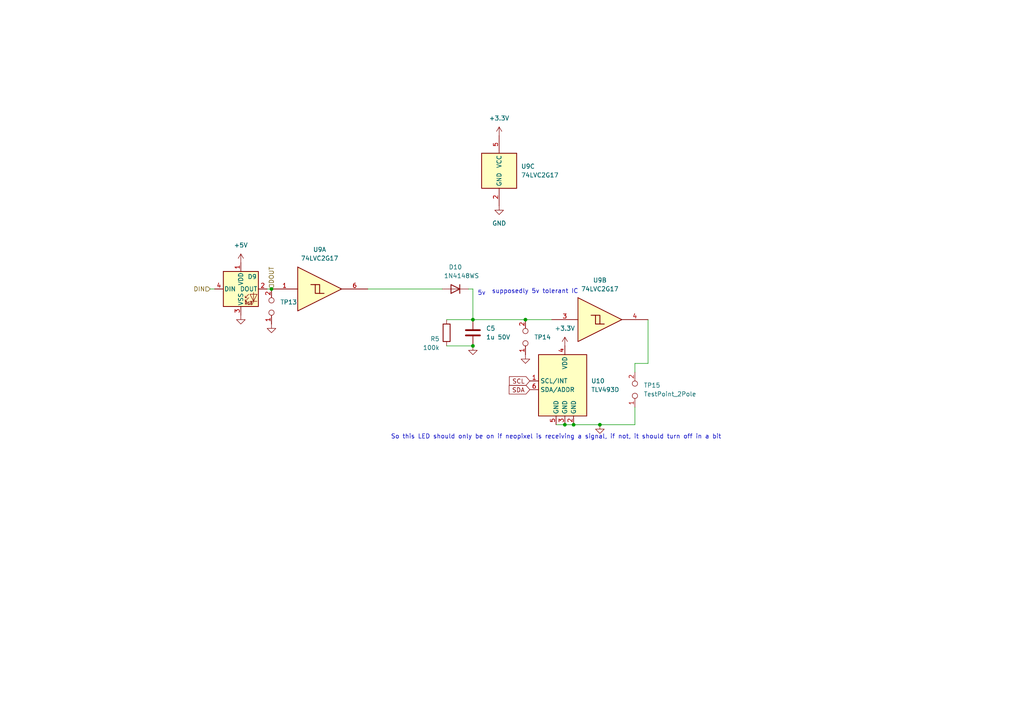
<source format=kicad_sch>
(kicad_sch (version 20231120) (generator "eeschema") (generator_version "8.0")
  (paper "A4")
  (lib_symbols
    (symbol "74xGxx:74LVC2G17"
      (property "Reference" "U" (at -1.27 7.62 0))
      (property "Value" "74LVC2G17" (at 2.54 -7.62 0))
      (symbol "74LVC2G17_1_1"
        (polyline (pts (xy -2.54 1.27) (xy -1.27 1.27) (xy -1.27 -1.27)) (stroke (width 0.254)) (fill (type background)))
        (polyline (pts (xy -7.62 6.35) (xy -7.62 -6.35) (xy 5.08 0) (xy -7.62 6.35)) (stroke (width 0.254)) (fill (type background)))
        (polyline (pts (xy -3.81 1.27) (xy -2.54 1.27) (xy -2.54 -1.27) (xy 0 -1.27)) (stroke (width 0.254)) (fill (type background)))
        (pin input line (at -15.24 0 0) (length 7.62) (name "~") (number "1"))
        (pin output line (at 12.7 0 180) (length 7.62) (name "~") (number "6"))
      )
      (symbol "74LVC2G17_2_1"
        (polyline (pts (xy -2.54 1.27) (xy -1.27 1.27) (xy -1.27 -1.27)) (stroke (width 0.254)) (fill (type background)))
        (polyline (pts (xy -7.62 6.35) (xy -7.62 -6.35) (xy 5.08 0) (xy -7.62 6.35)) (stroke (width 0.254)) (fill (type background)))
        (polyline (pts (xy -3.81 1.27) (xy -2.54 1.27) (xy -2.54 -1.27) (xy 0 -1.27)) (stroke (width 0.254)) (fill (type background)))
        (pin input line (at -15.24 0 0) (length 7.62) (name "~") (number "3"))
        (pin output line (at 12.7 0 180) (length 7.62) (name "~") (number "4"))
      )
      (symbol "74LVC2G17_3_0"
        (rectangle (start -5.08 -5.08) (end 5.08 5.08) (stroke (width 0.254)) (fill (type background)))
      )
      (symbol "74LVC2G17_3_1"
        (pin power_in line (at 0 -10.16 90) (length 5.08) (name "GND") (number "2"))
        (pin power_in line (at 0 10.16 270) (length 5.08) (name "VCC") (number "5"))
      )
    )
    (symbol "Connector:TestPoint_2Pole" (pin_names (offset 0.762) hide)
      (property "Reference" "TP" (at 0 1.524 0))
      (property "Value" "TestPoint_2Pole" (at 0 -1.778 0))
      (symbol "TestPoint_2Pole_0_1"
        (circle (center -1.778 0) (radius 0.762))
        (circle (center 1.778 0) (radius 0.762))
        (pin passive line (at -5.08 0 0) (length 2.54) (name "1") (number "1"))
        (pin passive line (at 5.08 0 180) (length 2.54) (name "2") (number "2"))
      )
    )
    (symbol "Device:C" (pin_numbers hide) (pin_names (offset 0.254))
      (property "Reference" "C" (at 0.635 2.54 0))
      (property "Value" "C" (at 0.635 -2.54 0))
      (symbol "C_0_1"
        (polyline (pts (xy -2.032 -0.762) (xy 2.032 -0.762)) (stroke (width 0.508)))
        (polyline (pts (xy -2.032 0.762) (xy 2.032 0.762)) (stroke (width 0.508)))
      )
      (symbol "C_1_1"
        (pin passive line (at 0 3.81 270) (length 2.794) (name "~") (number "1"))
        (pin passive line (at 0 -3.81 90) (length 2.794) (name "~") (number "2"))
      )
    )
    (symbol "Device:D" (pin_numbers hide) (pin_names (offset 1.016) hide)
      (property "Reference" "D" (at 0 2.54 0))
      (property "Value" "D" (at 0 -2.54 0))
      (symbol "D_0_1"
        (polyline (pts (xy -1.27 1.27) (xy -1.27 -1.27)) (stroke (width 0.254)))
        (polyline (pts (xy 1.27 0) (xy -1.27 0)))
        (polyline (pts (xy 1.27 1.27) (xy 1.27 -1.27) (xy -1.27 0) (xy 1.27 1.27)) (stroke (width 0.254)))
      )
      (symbol "D_1_1"
        (pin passive line (at -3.81 0 0) (length 2.54) (name "K") (number "1"))
        (pin passive line (at 3.81 0 180) (length 2.54) (name "A") (number "2"))
      )
    )
    (symbol "Device:R" (pin_numbers hide) (pin_names (offset 0))
      (property "Reference" "R" (at 2.032 0 90))
      (property "Value" "R" (at 0 0 90))
      (symbol "R_0_1"
        (rectangle (start -1.016 -2.54) (end 1.016 2.54) (stroke (width 0.254)))
      )
      (symbol "R_1_1"
        (pin passive line (at 0 3.81 270) (length 1.27) (name "~") (number "1"))
        (pin passive line (at 0 -3.81 90) (length 1.27) (name "~") (number "2"))
      )
    )
    (symbol "GND_1" (power) (pin_numbers hide) (pin_names (offset 0) hide)
      (property "Value" "GND" (at 0 -3.81 0))
      (symbol "GND_1_0_1"
        (polyline (pts (xy 0 0) (xy 0 -1.27) (xy 1.27 -1.27) (xy 0 -2.54) (xy -1.27 -1.27) (xy 0 -1.27)))
      )
      (symbol "GND_1_1_1"
        (pin power_in line (at 0 0 270) (length 0) (name "~") (number "1"))
      )
    )
    (symbol "LED:WS2812B" (pin_names (offset 0.254))
      (property "Reference" "D" (at 5.08 5.715 0))
      (property "Value" "WS2812B" (at 1.27 -5.715 0))
      (symbol "WS2812B_0_0"
        (text "RGB" (at 2.286 -4.191 0) (effects (font (size 0.762 0.762))))
      )
      (symbol "WS2812B_0_1"
        (polyline (pts (xy 1.27 -3.556) (xy 1.778 -3.556)))
        (polyline (pts (xy 1.27 -2.54) (xy 1.778 -2.54)))
        (polyline (pts (xy 4.699 -3.556) (xy 2.667 -3.556)))
        (polyline (pts (xy 2.286 -2.54) (xy 1.27 -3.556) (xy 1.27 -3.048)))
        (polyline (pts (xy 2.286 -1.524) (xy 1.27 -2.54) (xy 1.27 -2.032)))
        (polyline (pts (xy 3.683 -1.016) (xy 3.683 -3.556) (xy 3.683 -4.064)))
        (polyline (pts (xy 4.699 -1.524) (xy 2.667 -1.524) (xy 3.683 -3.556) (xy 4.699 -1.524)))
        (rectangle (start 5.08 5.08) (end -5.08 -5.08) (stroke (width 0.254)) (fill (type background)))
      )
      (symbol "WS2812B_1_1"
        (pin power_in line (at 0 7.62 270) (length 2.54) (name "VDD") (number "1"))
        (pin output line (at 7.62 0 180) (length 2.54) (name "DOUT") (number "2"))
        (pin power_in line (at 0 -7.62 90) (length 2.54) (name "VSS") (number "3"))
        (pin input line (at -7.62 0 0) (length 2.54) (name "DIN") (number "4"))
      )
    )
    (symbol "Sensor_Magnetic:TLV493D"
      (property "Reference" "U" (at -6.35 11.43 0))
      (property "Value" "TLV493D" (at 5.08 11.43 0))
      (symbol "TLV493D_0_1"
        (rectangle (start -7.62 10.16) (end 6.35 -7.62) (stroke (width 0.254)) (fill (type background)))
      )
      (symbol "TLV493D_1_1"
        (pin bidirectional line (at -10.16 2.54 0) (length 2.54) (name "SCL/INT") (number "1"))
        (pin power_in line (at 2.54 -10.16 90) (length 2.54) (name "GND") (number "2"))
        (pin power_in line (at 0 -10.16 90) (length 2.54) (name "GND") (number "3"))
        (pin power_in line (at 0 12.7 270) (length 2.54) (name "VDD") (number "4"))
        (pin power_in line (at -2.54 -10.16 90) (length 2.54) (name "GND") (number "5"))
        (pin bidirectional line (at -10.16 0 0) (length 2.54) (name "SDA/ADDR") (number "6"))
      )
    )
    (symbol "power:+5V" (power) (pin_numbers hide) (pin_names (offset 0) hide)
      (property "Value" "+5V" (at 0 3.556 0))
      (symbol "+5V_0_1"
        (polyline (pts (xy -0.762 1.27) (xy 0 2.54)))
        (polyline (pts (xy 0 0) (xy 0 2.54)))
        (polyline (pts (xy 0 2.54) (xy 0.762 1.27)))
      )
      (symbol "+5V_1_1"
        (pin power_in line (at 0 0 90) (length 0) (name "~") (number "1"))
      )
    )
    (symbol "power:GND" (power) (pin_names (offset 0))
      (property "Value" "GND" (at 0 -3.81 0))
      (symbol "GND_0_1"
        (polyline (pts (xy 0 0) (xy 0 -1.27) (xy 1.27 -1.27) (xy 0 -2.54) (xy -1.27 -1.27) (xy 0 -1.27)))
      )
      (symbol "GND_1_1"
        (pin power_in line (at 0 0 270) (length 0) hide (name "GND") (number "1"))
      )
    )
  )
  (junction (at 173.99 123.19))
  (junction (at 163.83 123.19))
  (junction (at 166.37 123.19))
  (junction (at 137.16 92.71))
  (junction (at 78.74 83.82))
  (junction (at 137.16 100.33))
  (junction (at 152.4 92.71))
  (wire (pts (xy 187.96 105.41) (xy 187.96 92.71)))
  (wire (pts (xy 137.16 83.82) (xy 137.16 92.71)))
  (wire (pts (xy 184.15 123.19) (xy 173.99 123.19)))
  (wire (pts (xy 129.54 100.33) (xy 137.16 100.33)))
  (wire (pts (xy 60.96 83.82) (xy 62.23 83.82)))
  (wire (pts (xy 184.15 118.11) (xy 184.15 123.19)))
  (wire (pts (xy 184.15 107.95) (xy 184.15 105.41)))
  (wire (pts (xy 152.4 92.71) (xy 160.02 92.71)))
  (wire (pts (xy 129.54 92.71) (xy 137.16 92.71)))
  (wire (pts (xy 77.47 83.82) (xy 78.74 83.82)))
  (wire (pts (xy 187.96 105.41) (xy 184.15 105.41)))
  (wire (pts (xy 166.37 123.19) (xy 173.99 123.19)))
  (wire (pts (xy 137.16 92.71) (xy 152.4 92.71)))
  (wire (pts (xy 161.29 123.19) (xy 163.83 123.19)))
  (wire (pts (xy 106.68 83.82) (xy 128.27 83.82)))
  (wire (pts (xy 163.83 123.19) (xy 166.37 123.19)))
  (wire (pts (xy 135.89 83.82) (xy 137.16 83.82)))
  (text "supposedly 5v tolerant IC" (at 155.194 84.582 0) (effects (font (size 1.27 1.27))))
  (text "5v" (at 139.7 85.09 0) (effects (font (size 1.27 1.27))))
  (text "So this LED should only be on if neopixel is receiving a signal, if not, it should turn off in a bit" (at 161.29 126.746 0) (effects (font (size 1.27 1.27))))
  (global_label "SDA" (shape input) (at 153.67 113.03 180) (property "Intersheetrefs" "${INTERSHEET_REFS}" (effects (hide yes))))
  (global_label "SCL" (shape input) (at 153.67 110.49 180) (property "Intersheetrefs" "${INTERSHEET_REFS}" (effects (hide yes))))
  (hierarchical_label "DOUT" (shape input) (at 78.74 83.82 90))
  (hierarchical_label "DIN" (shape input) (at 60.96 83.82 180))
  (symbol (lib_id "Device:D") (at 132.08 83.82 180) (unit 1)
    (property "Reference" "D10" (at 132.08 77.47 0))
    (property "Value" "1N4148WS" (at 133.858 80.01 0))
    (property "Footprint" "Diode_SMD:D_SOD-323_HandSoldering" (effects (hide yes)))
    (property "Description" "Diode" (effects (hide yes)))
    (property "Sim.Device" "D" (effects (hide yes)))
    (property "Sim.Pins" "1=K 2=A" (effects (hide yes)))
    (instances (project "work-er" (path "" (reference "D10") (unit 1)) (path "" (reference "D16") (unit 1)) (path "" (reference "D8") (unit 1)) (path "" (reference "D6") (unit 1)) (path "" (reference "D14") (unit 1)) (path "" (reference "D4") (unit 1)) (path "" (reference "D2") (unit 1)) (path "" (reference "D12") (unit 1))))
  )
  (symbol (lib_id "Sensor_Magnetic:TLV493D") (at 163.83 113.03 0) (unit 1)
    (property "Reference" "U10" (at 171.45 110.4899 0) (effects (justify left)))
    (property "Value" "TLV493D" (at 171.45 113.0299 0) (effects (justify left)))
    (property "Footprint" "Package_TO_SOT_SMD:SOT-23-6_Handsoldering" (effects (hide yes)))
    (property "Datasheet" "http://www.infineon.com/dgdl/Infineon-TLV493D-A1B6-DS-v01_00-EN.pdf?fileId=5546d462525dbac40152a6b85c760e80" (effects (hide yes)))
    (property "Description" "Low power 3D magnetic sensor, I2C interface, SOT-23-6" (effects (hide yes)))
    (instances (project "work-er" (path "" (reference "U10") (unit 1)) (path "" (reference "U16") (unit 1)) (path "" (reference "U8") (unit 1)) (path "" (reference "U6") (unit 1)) (path "" (reference "U14") (unit 1)) (path "" (reference "U4") (unit 1)) (path "" (reference "U2") (unit 1)) (path "" (reference "U12") (unit 1))))
  )
  (symbol (lib_name "GND_1") (lib_id "power:GND") (at 144.78 59.69 0) (unit 1)
    (property "Reference" "#PWR042" (effects (hide yes)))
    (property "Value" "GND" (at 144.78 64.77 0))
    (property "Description" "Power symbol creates a global label with name \"GND\" , ground" (effects (hide yes)))
    (instances (project "work-er" (path "" (reference "#PWR042") (unit 1)) (path "" (reference "#PWR069") (unit 1)) (path "" (reference "#PWR033") (unit 1)) (path "" (reference "#PWR024") (unit 1)) (path "" (reference "#PWR060") (unit 1)) (path "" (reference "#PWR015") (unit 1)) (path "" (reference "#PWR06") (unit 1)) (path "" (reference "#PWR051") (unit 1))))
  )
  (symbol (lib_id "power:GND") (at 152.4 102.87 0) (unit 1)
    (property "Reference" "#PWR043" (effects (hide yes)))
    (property "Value" "GND" (effects (hide yes)))
    (instances (project "work-er" (path "" (reference "#PWR043") (unit 1)) (path "" (reference "#PWR070") (unit 1)) (path "" (reference "#PWR034") (unit 1)) (path "" (reference "#PWR025") (unit 1)) (path "" (reference "#PWR061") (unit 1)) (path "" (reference "#PWR016") (unit 1)) (path "" (reference "#PWR07") (unit 1)) (path "" (reference "#PWR052") (unit 1))))
  )
  (symbol (lib_id "power:+5V") (at 144.78 39.37 0) (unit 1)
    (property "Reference" "#PWR041" (effects (hide yes)))
    (property "Value" "+3.3V" (at 144.78 34.29 0))
    (property "Description" "Power symbol creates a global label with name \"+5V\"" (effects (hide yes)))
    (instances (project "work-er" (path "" (reference "#PWR041") (unit 1)) (path "" (reference "#PWR068") (unit 1)) (path "" (reference "#PWR032") (unit 1)) (path "" (reference "#PWR023") (unit 1)) (path "" (reference "#PWR059") (unit 1)) (path "" (reference "#PWR014") (unit 1)) (path "" (reference "#PWR05") (unit 1)) (path "" (reference "#PWR050") (unit 1))))
  )
  (symbol (lib_id "74xGxx:74LVC2G17") (at 144.78 49.53 0) (unit 3)
    (property "Reference" "U9" (at 151.13 48.2599 0) (effects (justify left)))
    (property "Value" "74LVC2G17" (at 151.13 50.7999 0) (effects (justify left)))
    (property "Footprint" "Package_TO_SOT_SMD:SOT-363_SC-70-6_Handsoldering" (effects (hide yes)))
    (property "Datasheet" "http://www.ti.com/lit/sg/scyt129e/scyt129e.pdf" (effects (hide yes)))
    (property "Description" "Dual Buffer, Schmitt Triggered, Low-Voltage CMOS" (effects (hide yes)))
    (instances (project "work-er" (path "" (reference "U9") (unit 3)) (path "" (reference "U15") (unit 3)) (path "" (reference "U7") (unit 3)) (path "" (reference "U5") (unit 3)) (path "" (reference "U13") (unit 3)) (path "" (reference "U3") (unit 3)) (path "" (reference "U1") (unit 3)) (path "" (reference "U11") (unit 3))))
  )
  (symbol (lib_id "power:GND") (at 173.99 123.19 0) (unit 1)
    (property "Reference" "#PWR045" (effects (hide yes)))
    (property "Value" "GND" (effects (hide yes)))
    (instances (project "work-er" (path "" (reference "#PWR045") (unit 1)) (path "" (reference "#PWR072") (unit 1)) (path "" (reference "#PWR036") (unit 1)) (path "" (reference "#PWR027") (unit 1)) (path "" (reference "#PWR063") (unit 1)) (path "" (reference "#PWR018") (unit 1)) (path "" (reference "#PWR09") (unit 1)) (path "" (reference "#PWR054") (unit 1))))
  )
  (symbol (lib_id "LED:WS2812B") (at 69.85 83.82 0) (unit 1)
    (property "Reference" "D9" (at 73.152 80.264 0))
    (property "Value" "sk6812-mini-e" (effects (hide yes)))
    (property "Footprint" "0mylibrary:SK6812-MINI-E" (effects (hide yes)))
    (property "Datasheet" "https://cdn-shop.adafruit.com/datasheets/WS2812B.pdf" (effects (hide yes)))
    (instances (project "work-er" (path "" (reference "D9") (unit 1)) (path "" (reference "D15") (unit 1)) (path "" (reference "D7") (unit 1)) (path "" (reference "D5") (unit 1)) (path "" (reference "D13") (unit 1)) (path "" (reference "D3") (unit 1)) (path "" (reference "D1") (unit 1)) (path "" (reference "D11") (unit 1))))
  )
  (symbol (lib_id "74xGxx:74LVC2G17") (at 175.26 92.71 0) (unit 2)
    (property "Reference" "U9" (at 173.99 81.28 0))
    (property "Value" "74LVC2G17" (at 173.99 83.82 0))
    (property "Footprint" "Package_TO_SOT_SMD:SOT-363_SC-70-6_Handsoldering" (effects (hide yes)))
    (property "Datasheet" "http://www.ti.com/lit/sg/scyt129e/scyt129e.pdf" (effects (hide yes)))
    (property "Description" "Dual Buffer, Schmitt Triggered, Low-Voltage CMOS" (effects (hide yes)))
    (instances (project "work-er" (path "" (reference "U9") (unit 2)) (path "" (reference "U15") (unit 2)) (path "" (reference "U7") (unit 2)) (path "" (reference "U5") (unit 2)) (path "" (reference "U13") (unit 2)) (path "" (reference "U3") (unit 2)) (path "" (reference "U1") (unit 2)) (path "" (reference "U11") (unit 2))))
  )
  (symbol (lib_id "power:GND") (at 69.85 91.44 0) (unit 1)
    (property "Reference" "#PWR038" (effects (hide yes)))
    (property "Value" "GND" (effects (hide yes)))
    (instances (project "work-er" (path "" (reference "#PWR038") (unit 1)) (path "" (reference "#PWR065") (unit 1)) (path "" (reference "#PWR029") (unit 1)) (path "" (reference "#PWR020") (unit 1)) (path "" (reference "#PWR056") (unit 1)) (path "" (reference "#PWR011") (unit 1)) (path "" (reference "#PWR02") (unit 1)) (path "" (reference "#PWR047") (unit 1))))
  )
  (symbol (lib_id "power:+5V") (at 69.85 76.2 0) (unit 1)
    (property "Reference" "#PWR037" (effects (hide yes)))
    (property "Value" "+5V" (at 69.85 71.12 0))
    (property "Description" "Power symbol creates a global label with name \"+5V\"" (effects (hide yes)))
    (instances (project "work-er" (path "" (reference "#PWR037") (unit 1)) (path "" (reference "#PWR064") (unit 1)) (path "" (reference "#PWR028") (unit 1)) (path "" (reference "#PWR019") (unit 1)) (path "" (reference "#PWR055") (unit 1)) (path "" (reference "#PWR010") (unit 1)) (path "" (reference "#PWR01") (unit 1)) (path "" (reference "#PWR046") (unit 1))))
  )
  (symbol (lib_id "Connector:TestPoint_2Pole") (at 184.15 113.03 90) (unit 1)
    (property "Reference" "TP15" (at 186.69 111.7599 90) (effects (justify right)))
    (property "Value" "TestPoint_2Pole" (at 186.69 114.2999 90) (effects (justify right)))
    (property "Footprint" "TestPoint:TestPoint_2Pads_Pitch2.54mm_Drill0.8mm" (effects (hide yes)))
    (property "Description" "2-polar test point" (effects (hide yes)))
    (instances (project "work-er" (path "" (reference "TP15") (unit 1)) (path "" (reference "TP24") (unit 1)) (path "" (reference "TP12") (unit 1)) (path "" (reference "TP9") (unit 1)) (path "" (reference "TP21") (unit 1)) (path "" (reference "TP6") (unit 1)) (path "" (reference "TP3") (unit 1)) (path "" (reference "TP18") (unit 1))))
  )
  (symbol (lib_id "Connector:TestPoint_2Pole") (at 78.74 88.9 90) (unit 1)
    (property "Reference" "TP13" (at 81.28 87.6299 90) (effects (justify right)))
    (property "Value" "TestPoint_2Pole" (effects (hide yes)))
    (property "Footprint" "TestPoint:TestPoint_2Pads_Pitch2.54mm_Drill0.8mm" (effects (hide yes)))
    (property "Description" "2-polar test point" (effects (hide yes)))
    (instances (project "work-er" (path "" (reference "TP13") (unit 1)) (path "" (reference "TP22") (unit 1)) (path "" (reference "TP10") (unit 1)) (path "" (reference "TP7") (unit 1)) (path "" (reference "TP19") (unit 1)) (path "" (reference "TP4") (unit 1)) (path "" (reference "TP1") (unit 1)) (path "" (reference "TP16") (unit 1))))
  )
  (symbol (lib_id "power:GND") (at 78.74 93.98 0) (unit 1)
    (property "Reference" "#PWR039" (effects (hide yes)))
    (property "Value" "GND" (effects (hide yes)))
    (instances (project "work-er" (path "" (reference "#PWR039") (unit 1)) (path "" (reference "#PWR066") (unit 1)) (path "" (reference "#PWR030") (unit 1)) (path "" (reference "#PWR021") (unit 1)) (path "" (reference "#PWR057") (unit 1)) (path "" (reference "#PWR012") (unit 1)) (path "" (reference "#PWR03") (unit 1)) (path "" (reference "#PWR048") (unit 1))))
  )
  (symbol (lib_id "power:GND") (at 137.16 100.33 0) (unit 1)
    (property "Reference" "#PWR040" (effects (hide yes)))
    (property "Value" "GND" (effects (hide yes)))
    (instances (project "work-er" (path "" (reference "#PWR040") (unit 1)) (path "" (reference "#PWR067") (unit 1)) (path "" (reference "#PWR031") (unit 1)) (path "" (reference "#PWR022") (unit 1)) (path "" (reference "#PWR058") (unit 1)) (path "" (reference "#PWR013") (unit 1)) (path "" (reference "#PWR04") (unit 1)) (path "" (reference "#PWR049") (unit 1))))
  )
  (symbol (lib_id "Device:R") (at 129.54 96.52 0) (mirror x) (unit 1)
    (property "Reference" "R5" (at 127.508 98.298 0) (effects (justify right)))
    (property "Value" "100k" (at 127.508 100.838 0) (effects (justify right)))
    (property "Footprint" "Resistor_SMD:R_0603_1608Metric_Pad0.98x0.95mm_HandSolder" (effects (hide yes)))
    (property "Description" "Resistor" (effects (hide yes)))
    (instances (project "work-er" (path "" (reference "R5") (unit 1)) (path "" (reference "R8") (unit 1)) (path "" (reference "R4") (unit 1)) (path "" (reference "R3") (unit 1)) (path "" (reference "R7") (unit 1)) (path "" (reference "R2") (unit 1)) (path "" (reference "R1") (unit 1)) (path "" (reference "R6") (unit 1))))
  )
  (symbol (lib_id "power:+5V") (at 163.83 100.33 0) (unit 1)
    (property "Reference" "#PWR044" (effects (hide yes)))
    (property "Value" "+3.3V" (at 163.83 95.25 0))
    (property "Description" "Power symbol creates a global label with name \"+5V\"" (effects (hide yes)))
    (instances (project "work-er" (path "" (reference "#PWR044") (unit 1)) (path "" (reference "#PWR071") (unit 1)) (path "" (reference "#PWR035") (unit 1)) (path "" (reference "#PWR026") (unit 1)) (path "" (reference "#PWR062") (unit 1)) (path "" (reference "#PWR017") (unit 1)) (path "" (reference "#PWR08") (unit 1)) (path "" (reference "#PWR053") (unit 1))))
  )
  (symbol (lib_id "74xGxx:74LVC2G17") (at 93.98 83.82 0) (unit 1)
    (property "Reference" "U9" (at 92.71 72.39 0))
    (property "Value" "74LVC2G17" (at 92.71 74.93 0))
    (property "Footprint" "Package_TO_SOT_SMD:SOT-363_SC-70-6_Handsoldering" (effects (hide yes)))
    (property "Datasheet" "http://www.ti.com/lit/sg/scyt129e/scyt129e.pdf" (effects (hide yes)))
    (property "Description" "Dual Buffer, Schmitt Triggered, Low-Voltage CMOS" (effects (hide yes)))
    (instances (project "work-er" (path "" (reference "U9") (unit 1)) (path "" (reference "U15") (unit 1)) (path "" (reference "U7") (unit 1)) (path "" (reference "U5") (unit 1)) (path "" (reference "U13") (unit 1)) (path "" (reference "U3") (unit 1)) (path "" (reference "U1") (unit 1)) (path "" (reference "U11") (unit 1))))
  )
  (symbol (lib_id "Connector:TestPoint_2Pole") (at 152.4 97.79 90) (unit 1)
    (property "Reference" "TP14" (at 154.94 97.7899 90) (effects (justify right)))
    (property "Value" "TestPoint_2Pole" (effects (hide yes)))
    (property "Footprint" "TestPoint:TestPoint_2Pads_Pitch2.54mm_Drill0.8mm" (effects (hide yes)))
    (property "Description" "2-polar test point" (effects (hide yes)))
    (instances (project "work-er" (path "" (reference "TP14") (unit 1)) (path "" (reference "TP23") (unit 1)) (path "" (reference "TP11") (unit 1)) (path "" (reference "TP8") (unit 1)) (path "" (reference "TP20") (unit 1)) (path "" (reference "TP5") (unit 1)) (path "" (reference "TP2") (unit 1)) (path "" (reference "TP17") (unit 1))))
  )
  (symbol (lib_id "Device:C") (at 137.16 96.52 0) (unit 1)
    (property "Reference" "C5" (at 140.97 95.2499 0) (effects (justify left)))
    (property "Value" "1u 50V" (at 140.97 97.7899 0) (effects (justify left)))
    (property "Footprint" "Capacitor_SMD:C_0603_1608Metric" (effects (hide yes)))
    (property "Description" "Unpolarized capacitor" (effects (hide yes)))
    (instances (project "work-er" (path "" (reference "C5") (unit 1)) (path "" (reference "C8") (unit 1)) (path "" (reference "C4") (unit 1)) (path "" (reference "C3") (unit 1)) (path "" (reference "C7") (unit 1)) (path "" (reference "C2") (unit 1)) (path "" (reference "C1") (unit 1)) (path "" (reference "C6") (unit 1))))
  )
)
</source>
